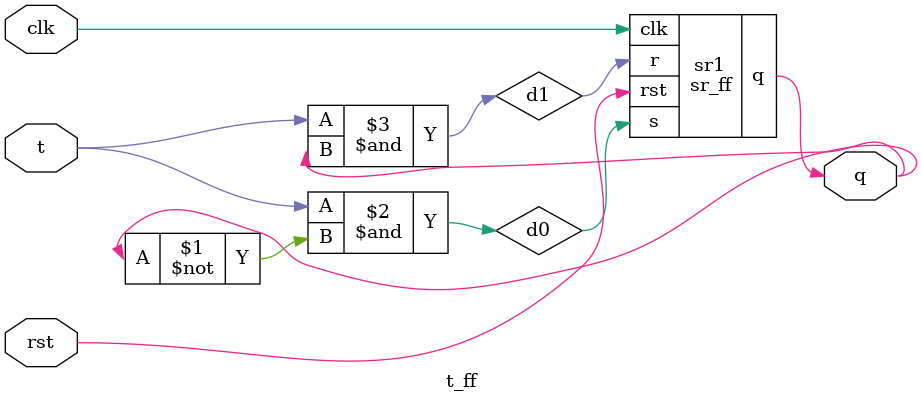
<source format=v>
module sr_ff(
input s,r,clk,rst,
output reg q);
always @(posedge clk or posedge rst)
begin 
if(rst)
q<=1'b0;
else
case({s,r})
2'b00:q<=q;
2'b01:q<=1'b0;
2'b10:q<=1'b1;
2'b11:q<=1'bx;
endcase
end
endmodule

module t_ff(
input t,clk,rst,
output q);
assign d0= t&~q;
assign d1= t&q;
sr_ff sr1(
.s(d0),
.r(d1),
.clk(clk),
.rst(rst),
.q(q));
endmodule


</source>
